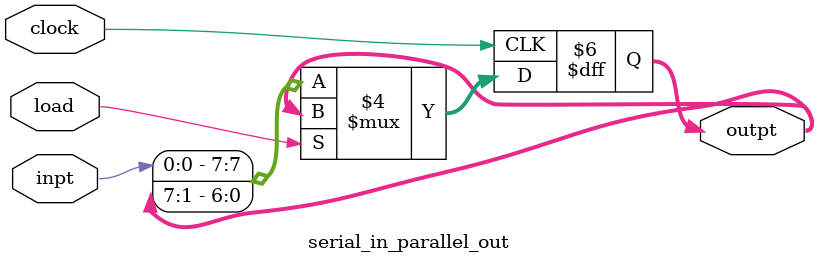
<source format=v>
`timescale 1ns / 1ps
module serial_in_parallel_out(
    input clock,
    input load,
    input inpt,
    output reg [7:0] outpt
    );
	
	//reg [7:0] outpt;
	always @(posedge clock)
	begin	
		if(load == 0)
			outpt = {inpt, outpt[7:1]};
	end	

endmodule

</source>
